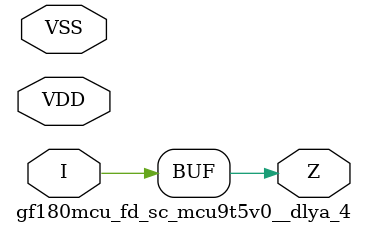
<source format=v>

module gf180mcu_fd_sc_mcu9t5v0__dlya_4( I, Z, VDD, VSS );
input I;
inout VDD, VSS;
output Z;

	buf MGM_BG_0( Z, I );

endmodule

</source>
